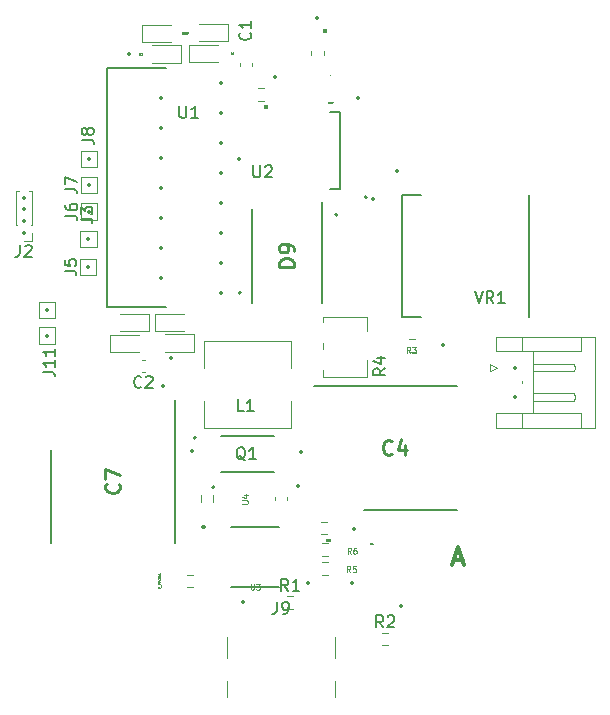
<source format=gto>
%TF.GenerationSoftware,KiCad,Pcbnew,7.0.5-0*%
%TF.CreationDate,2024-11-16T18:44:09-05:00*%
%TF.ProjectId,PCB_design,5043425f-6465-4736-9967-6e2e6b696361,rev?*%
%TF.SameCoordinates,Original*%
%TF.FileFunction,Legend,Top*%
%TF.FilePolarity,Positive*%
%FSLAX46Y46*%
G04 Gerber Fmt 4.6, Leading zero omitted, Abs format (unit mm)*
G04 Created by KiCad (PCBNEW 7.0.5-0) date 2024-11-16 18:44:09*
%MOMM*%
%LPD*%
G01*
G04 APERTURE LIST*
%ADD10C,0.300000*%
%ADD11C,0.100000*%
%ADD12C,0.150000*%
%ADD13C,0.037500*%
%ADD14C,0.020000*%
%ADD15C,0.050000*%
%ADD16C,0.254000*%
%ADD17C,0.040000*%
%ADD18C,0.200000*%
%ADD19C,0.120000*%
%ADD20C,0.127000*%
%ADD21C,0.350000*%
G04 APERTURE END LIST*
D10*
X75783082Y-74752257D02*
X76497368Y-74752257D01*
X75640225Y-75180828D02*
X76140225Y-73680828D01*
X76140225Y-73680828D02*
X76640225Y-75180828D01*
D11*
%TO.C,U4*%
X57828109Y-70010952D02*
X58232871Y-70010952D01*
X58232871Y-70010952D02*
X58280490Y-69987142D01*
X58280490Y-69987142D02*
X58304300Y-69963333D01*
X58304300Y-69963333D02*
X58328109Y-69915714D01*
X58328109Y-69915714D02*
X58328109Y-69820476D01*
X58328109Y-69820476D02*
X58304300Y-69772857D01*
X58304300Y-69772857D02*
X58280490Y-69749047D01*
X58280490Y-69749047D02*
X58232871Y-69725238D01*
X58232871Y-69725238D02*
X57828109Y-69725238D01*
X57994776Y-69272856D02*
X58328109Y-69272856D01*
X57804300Y-69391904D02*
X58161442Y-69510951D01*
X58161442Y-69510951D02*
X58161442Y-69201428D01*
D12*
%TO.C,R2*%
X69763333Y-80464819D02*
X69430000Y-79988628D01*
X69191905Y-80464819D02*
X69191905Y-79464819D01*
X69191905Y-79464819D02*
X69572857Y-79464819D01*
X69572857Y-79464819D02*
X69668095Y-79512438D01*
X69668095Y-79512438D02*
X69715714Y-79560057D01*
X69715714Y-79560057D02*
X69763333Y-79655295D01*
X69763333Y-79655295D02*
X69763333Y-79798152D01*
X69763333Y-79798152D02*
X69715714Y-79893390D01*
X69715714Y-79893390D02*
X69668095Y-79941009D01*
X69668095Y-79941009D02*
X69572857Y-79988628D01*
X69572857Y-79988628D02*
X69191905Y-79988628D01*
X70144286Y-79560057D02*
X70191905Y-79512438D01*
X70191905Y-79512438D02*
X70287143Y-79464819D01*
X70287143Y-79464819D02*
X70525238Y-79464819D01*
X70525238Y-79464819D02*
X70620476Y-79512438D01*
X70620476Y-79512438D02*
X70668095Y-79560057D01*
X70668095Y-79560057D02*
X70715714Y-79655295D01*
X70715714Y-79655295D02*
X70715714Y-79750533D01*
X70715714Y-79750533D02*
X70668095Y-79893390D01*
X70668095Y-79893390D02*
X70096667Y-80464819D01*
X70096667Y-80464819D02*
X70715714Y-80464819D01*
%TO.C,R1*%
X61733333Y-77384819D02*
X61400000Y-76908628D01*
X61161905Y-77384819D02*
X61161905Y-76384819D01*
X61161905Y-76384819D02*
X61542857Y-76384819D01*
X61542857Y-76384819D02*
X61638095Y-76432438D01*
X61638095Y-76432438D02*
X61685714Y-76480057D01*
X61685714Y-76480057D02*
X61733333Y-76575295D01*
X61733333Y-76575295D02*
X61733333Y-76718152D01*
X61733333Y-76718152D02*
X61685714Y-76813390D01*
X61685714Y-76813390D02*
X61638095Y-76861009D01*
X61638095Y-76861009D02*
X61542857Y-76908628D01*
X61542857Y-76908628D02*
X61161905Y-76908628D01*
X62685714Y-77384819D02*
X62114286Y-77384819D01*
X62400000Y-77384819D02*
X62400000Y-76384819D01*
X62400000Y-76384819D02*
X62304762Y-76527676D01*
X62304762Y-76527676D02*
X62209524Y-76622914D01*
X62209524Y-76622914D02*
X62114286Y-76670533D01*
%TO.C,J9*%
X60781666Y-78342319D02*
X60781666Y-79056604D01*
X60781666Y-79056604D02*
X60734047Y-79199461D01*
X60734047Y-79199461D02*
X60638809Y-79294700D01*
X60638809Y-79294700D02*
X60495952Y-79342319D01*
X60495952Y-79342319D02*
X60400714Y-79342319D01*
X61305476Y-79342319D02*
X61495952Y-79342319D01*
X61495952Y-79342319D02*
X61591190Y-79294700D01*
X61591190Y-79294700D02*
X61638809Y-79247080D01*
X61638809Y-79247080D02*
X61734047Y-79104223D01*
X61734047Y-79104223D02*
X61781666Y-78913747D01*
X61781666Y-78913747D02*
X61781666Y-78532795D01*
X61781666Y-78532795D02*
X61734047Y-78437557D01*
X61734047Y-78437557D02*
X61686428Y-78389938D01*
X61686428Y-78389938D02*
X61591190Y-78342319D01*
X61591190Y-78342319D02*
X61400714Y-78342319D01*
X61400714Y-78342319D02*
X61305476Y-78389938D01*
X61305476Y-78389938D02*
X61257857Y-78437557D01*
X61257857Y-78437557D02*
X61210238Y-78532795D01*
X61210238Y-78532795D02*
X61210238Y-78770890D01*
X61210238Y-78770890D02*
X61257857Y-78866128D01*
X61257857Y-78866128D02*
X61305476Y-78913747D01*
X61305476Y-78913747D02*
X61400714Y-78961366D01*
X61400714Y-78961366D02*
X61591190Y-78961366D01*
X61591190Y-78961366D02*
X61686428Y-78913747D01*
X61686428Y-78913747D02*
X61734047Y-78866128D01*
X61734047Y-78866128D02*
X61781666Y-78770890D01*
%TO.C,VR1*%
X77540476Y-52022319D02*
X77873809Y-53022319D01*
X77873809Y-53022319D02*
X78207142Y-52022319D01*
X79111904Y-53022319D02*
X78778571Y-52546128D01*
X78540476Y-53022319D02*
X78540476Y-52022319D01*
X78540476Y-52022319D02*
X78921428Y-52022319D01*
X78921428Y-52022319D02*
X79016666Y-52069938D01*
X79016666Y-52069938D02*
X79064285Y-52117557D01*
X79064285Y-52117557D02*
X79111904Y-52212795D01*
X79111904Y-52212795D02*
X79111904Y-52355652D01*
X79111904Y-52355652D02*
X79064285Y-52450890D01*
X79064285Y-52450890D02*
X79016666Y-52498509D01*
X79016666Y-52498509D02*
X78921428Y-52546128D01*
X78921428Y-52546128D02*
X78540476Y-52546128D01*
X80064285Y-53022319D02*
X79492857Y-53022319D01*
X79778571Y-53022319D02*
X79778571Y-52022319D01*
X79778571Y-52022319D02*
X79683333Y-52165176D01*
X79683333Y-52165176D02*
X79588095Y-52260414D01*
X79588095Y-52260414D02*
X79492857Y-52308033D01*
%TO.C,U1*%
X52526595Y-36338819D02*
X52526595Y-37148342D01*
X52526595Y-37148342D02*
X52574214Y-37243580D01*
X52574214Y-37243580D02*
X52621833Y-37291200D01*
X52621833Y-37291200D02*
X52717071Y-37338819D01*
X52717071Y-37338819D02*
X52907547Y-37338819D01*
X52907547Y-37338819D02*
X53002785Y-37291200D01*
X53002785Y-37291200D02*
X53050404Y-37243580D01*
X53050404Y-37243580D02*
X53098023Y-37148342D01*
X53098023Y-37148342D02*
X53098023Y-36338819D01*
X54098023Y-37338819D02*
X53526595Y-37338819D01*
X53812309Y-37338819D02*
X53812309Y-36338819D01*
X53812309Y-36338819D02*
X53717071Y-36481676D01*
X53717071Y-36481676D02*
X53621833Y-36576914D01*
X53621833Y-36576914D02*
X53526595Y-36624533D01*
%TO.C,J11*%
X40954819Y-58839523D02*
X41669104Y-58839523D01*
X41669104Y-58839523D02*
X41811961Y-58887142D01*
X41811961Y-58887142D02*
X41907200Y-58982380D01*
X41907200Y-58982380D02*
X41954819Y-59125237D01*
X41954819Y-59125237D02*
X41954819Y-59220475D01*
X41954819Y-57839523D02*
X41954819Y-58410951D01*
X41954819Y-58125237D02*
X40954819Y-58125237D01*
X40954819Y-58125237D02*
X41097676Y-58220475D01*
X41097676Y-58220475D02*
X41192914Y-58315713D01*
X41192914Y-58315713D02*
X41240533Y-58410951D01*
X41954819Y-56887142D02*
X41954819Y-57458570D01*
X41954819Y-57172856D02*
X40954819Y-57172856D01*
X40954819Y-57172856D02*
X41097676Y-57268094D01*
X41097676Y-57268094D02*
X41192914Y-57363332D01*
X41192914Y-57363332D02*
X41240533Y-57458570D01*
%TO.C,J8*%
X44264819Y-39183333D02*
X44979104Y-39183333D01*
X44979104Y-39183333D02*
X45121961Y-39230952D01*
X45121961Y-39230952D02*
X45217200Y-39326190D01*
X45217200Y-39326190D02*
X45264819Y-39469047D01*
X45264819Y-39469047D02*
X45264819Y-39564285D01*
X44693390Y-38564285D02*
X44645771Y-38659523D01*
X44645771Y-38659523D02*
X44598152Y-38707142D01*
X44598152Y-38707142D02*
X44502914Y-38754761D01*
X44502914Y-38754761D02*
X44455295Y-38754761D01*
X44455295Y-38754761D02*
X44360057Y-38707142D01*
X44360057Y-38707142D02*
X44312438Y-38659523D01*
X44312438Y-38659523D02*
X44264819Y-38564285D01*
X44264819Y-38564285D02*
X44264819Y-38373809D01*
X44264819Y-38373809D02*
X44312438Y-38278571D01*
X44312438Y-38278571D02*
X44360057Y-38230952D01*
X44360057Y-38230952D02*
X44455295Y-38183333D01*
X44455295Y-38183333D02*
X44502914Y-38183333D01*
X44502914Y-38183333D02*
X44598152Y-38230952D01*
X44598152Y-38230952D02*
X44645771Y-38278571D01*
X44645771Y-38278571D02*
X44693390Y-38373809D01*
X44693390Y-38373809D02*
X44693390Y-38564285D01*
X44693390Y-38564285D02*
X44741009Y-38659523D01*
X44741009Y-38659523D02*
X44788628Y-38707142D01*
X44788628Y-38707142D02*
X44883866Y-38754761D01*
X44883866Y-38754761D02*
X45074342Y-38754761D01*
X45074342Y-38754761D02*
X45169580Y-38707142D01*
X45169580Y-38707142D02*
X45217200Y-38659523D01*
X45217200Y-38659523D02*
X45264819Y-38564285D01*
X45264819Y-38564285D02*
X45264819Y-38373809D01*
X45264819Y-38373809D02*
X45217200Y-38278571D01*
X45217200Y-38278571D02*
X45169580Y-38230952D01*
X45169580Y-38230952D02*
X45074342Y-38183333D01*
X45074342Y-38183333D02*
X44883866Y-38183333D01*
X44883866Y-38183333D02*
X44788628Y-38230952D01*
X44788628Y-38230952D02*
X44741009Y-38278571D01*
X44741009Y-38278571D02*
X44693390Y-38373809D01*
%TO.C,J7*%
X42856819Y-43353333D02*
X43571104Y-43353333D01*
X43571104Y-43353333D02*
X43713961Y-43400952D01*
X43713961Y-43400952D02*
X43809200Y-43496190D01*
X43809200Y-43496190D02*
X43856819Y-43639047D01*
X43856819Y-43639047D02*
X43856819Y-43734285D01*
X42856819Y-42972380D02*
X42856819Y-42305714D01*
X42856819Y-42305714D02*
X43856819Y-42734285D01*
%TO.C,J6*%
X42856819Y-45603333D02*
X43571104Y-45603333D01*
X43571104Y-45603333D02*
X43713961Y-45650952D01*
X43713961Y-45650952D02*
X43809200Y-45746190D01*
X43809200Y-45746190D02*
X43856819Y-45889047D01*
X43856819Y-45889047D02*
X43856819Y-45984285D01*
X42856819Y-44698571D02*
X42856819Y-44889047D01*
X42856819Y-44889047D02*
X42904438Y-44984285D01*
X42904438Y-44984285D02*
X42952057Y-45031904D01*
X42952057Y-45031904D02*
X43094914Y-45127142D01*
X43094914Y-45127142D02*
X43285390Y-45174761D01*
X43285390Y-45174761D02*
X43666342Y-45174761D01*
X43666342Y-45174761D02*
X43761580Y-45127142D01*
X43761580Y-45127142D02*
X43809200Y-45079523D01*
X43809200Y-45079523D02*
X43856819Y-44984285D01*
X43856819Y-44984285D02*
X43856819Y-44793809D01*
X43856819Y-44793809D02*
X43809200Y-44698571D01*
X43809200Y-44698571D02*
X43761580Y-44650952D01*
X43761580Y-44650952D02*
X43666342Y-44603333D01*
X43666342Y-44603333D02*
X43428247Y-44603333D01*
X43428247Y-44603333D02*
X43333009Y-44650952D01*
X43333009Y-44650952D02*
X43285390Y-44698571D01*
X43285390Y-44698571D02*
X43237771Y-44793809D01*
X43237771Y-44793809D02*
X43237771Y-44984285D01*
X43237771Y-44984285D02*
X43285390Y-45079523D01*
X43285390Y-45079523D02*
X43333009Y-45127142D01*
X43333009Y-45127142D02*
X43428247Y-45174761D01*
%TO.C,J5*%
X42796819Y-50283333D02*
X43511104Y-50283333D01*
X43511104Y-50283333D02*
X43653961Y-50330952D01*
X43653961Y-50330952D02*
X43749200Y-50426190D01*
X43749200Y-50426190D02*
X43796819Y-50569047D01*
X43796819Y-50569047D02*
X43796819Y-50664285D01*
X42796819Y-49330952D02*
X42796819Y-49807142D01*
X42796819Y-49807142D02*
X43273009Y-49854761D01*
X43273009Y-49854761D02*
X43225390Y-49807142D01*
X43225390Y-49807142D02*
X43177771Y-49711904D01*
X43177771Y-49711904D02*
X43177771Y-49473809D01*
X43177771Y-49473809D02*
X43225390Y-49378571D01*
X43225390Y-49378571D02*
X43273009Y-49330952D01*
X43273009Y-49330952D02*
X43368247Y-49283333D01*
X43368247Y-49283333D02*
X43606342Y-49283333D01*
X43606342Y-49283333D02*
X43701580Y-49330952D01*
X43701580Y-49330952D02*
X43749200Y-49378571D01*
X43749200Y-49378571D02*
X43796819Y-49473809D01*
X43796819Y-49473809D02*
X43796819Y-49711904D01*
X43796819Y-49711904D02*
X43749200Y-49807142D01*
X43749200Y-49807142D02*
X43701580Y-49854761D01*
%TO.C,J3*%
X44154819Y-45873333D02*
X44869104Y-45873333D01*
X44869104Y-45873333D02*
X45011961Y-45920952D01*
X45011961Y-45920952D02*
X45107200Y-46016190D01*
X45107200Y-46016190D02*
X45154819Y-46159047D01*
X45154819Y-46159047D02*
X45154819Y-46254285D01*
X44154819Y-45492380D02*
X44154819Y-44873333D01*
X44154819Y-44873333D02*
X44535771Y-45206666D01*
X44535771Y-45206666D02*
X44535771Y-45063809D01*
X44535771Y-45063809D02*
X44583390Y-44968571D01*
X44583390Y-44968571D02*
X44631009Y-44920952D01*
X44631009Y-44920952D02*
X44726247Y-44873333D01*
X44726247Y-44873333D02*
X44964342Y-44873333D01*
X44964342Y-44873333D02*
X45059580Y-44920952D01*
X45059580Y-44920952D02*
X45107200Y-44968571D01*
X45107200Y-44968571D02*
X45154819Y-45063809D01*
X45154819Y-45063809D02*
X45154819Y-45349523D01*
X45154819Y-45349523D02*
X45107200Y-45444761D01*
X45107200Y-45444761D02*
X45059580Y-45492380D01*
%TO.C,J2*%
X39016666Y-48094819D02*
X39016666Y-48809104D01*
X39016666Y-48809104D02*
X38969047Y-48951961D01*
X38969047Y-48951961D02*
X38873809Y-49047200D01*
X38873809Y-49047200D02*
X38730952Y-49094819D01*
X38730952Y-49094819D02*
X38635714Y-49094819D01*
X39445238Y-48190057D02*
X39492857Y-48142438D01*
X39492857Y-48142438D02*
X39588095Y-48094819D01*
X39588095Y-48094819D02*
X39826190Y-48094819D01*
X39826190Y-48094819D02*
X39921428Y-48142438D01*
X39921428Y-48142438D02*
X39969047Y-48190057D01*
X39969047Y-48190057D02*
X40016666Y-48285295D01*
X40016666Y-48285295D02*
X40016666Y-48380533D01*
X40016666Y-48380533D02*
X39969047Y-48523390D01*
X39969047Y-48523390D02*
X39397619Y-49094819D01*
X39397619Y-49094819D02*
X40016666Y-49094819D01*
%TO.C,U2*%
X58778095Y-41364819D02*
X58778095Y-42174342D01*
X58778095Y-42174342D02*
X58825714Y-42269580D01*
X58825714Y-42269580D02*
X58873333Y-42317200D01*
X58873333Y-42317200D02*
X58968571Y-42364819D01*
X58968571Y-42364819D02*
X59159047Y-42364819D01*
X59159047Y-42364819D02*
X59254285Y-42317200D01*
X59254285Y-42317200D02*
X59301904Y-42269580D01*
X59301904Y-42269580D02*
X59349523Y-42174342D01*
X59349523Y-42174342D02*
X59349523Y-41364819D01*
X59778095Y-41460057D02*
X59825714Y-41412438D01*
X59825714Y-41412438D02*
X59920952Y-41364819D01*
X59920952Y-41364819D02*
X60159047Y-41364819D01*
X60159047Y-41364819D02*
X60254285Y-41412438D01*
X60254285Y-41412438D02*
X60301904Y-41460057D01*
X60301904Y-41460057D02*
X60349523Y-41555295D01*
X60349523Y-41555295D02*
X60349523Y-41650533D01*
X60349523Y-41650533D02*
X60301904Y-41793390D01*
X60301904Y-41793390D02*
X59730476Y-42364819D01*
X59730476Y-42364819D02*
X60349523Y-42364819D01*
D13*
%TO.C,D3*%
X52981786Y-30201192D02*
X52981786Y-30051192D01*
X52981786Y-30051192D02*
X53017500Y-30051192D01*
X53017500Y-30051192D02*
X53038929Y-30058335D01*
X53038929Y-30058335D02*
X53053214Y-30072621D01*
X53053214Y-30072621D02*
X53060357Y-30086907D01*
X53060357Y-30086907D02*
X53067500Y-30115478D01*
X53067500Y-30115478D02*
X53067500Y-30136907D01*
X53067500Y-30136907D02*
X53060357Y-30165478D01*
X53060357Y-30165478D02*
X53053214Y-30179764D01*
X53053214Y-30179764D02*
X53038929Y-30194050D01*
X53038929Y-30194050D02*
X53017500Y-30201192D01*
X53017500Y-30201192D02*
X52981786Y-30201192D01*
X53117500Y-30051192D02*
X53210357Y-30051192D01*
X53210357Y-30051192D02*
X53160357Y-30108335D01*
X53160357Y-30108335D02*
X53181786Y-30108335D01*
X53181786Y-30108335D02*
X53196072Y-30115478D01*
X53196072Y-30115478D02*
X53203214Y-30122621D01*
X53203214Y-30122621D02*
X53210357Y-30136907D01*
X53210357Y-30136907D02*
X53210357Y-30172621D01*
X53210357Y-30172621D02*
X53203214Y-30186907D01*
X53203214Y-30186907D02*
X53196072Y-30194050D01*
X53196072Y-30194050D02*
X53181786Y-30201192D01*
X53181786Y-30201192D02*
X53138929Y-30201192D01*
X53138929Y-30201192D02*
X53124643Y-30194050D01*
X53124643Y-30194050D02*
X53117500Y-30186907D01*
%TO.C,D4*%
X56849286Y-31937442D02*
X56849286Y-31787442D01*
X56849286Y-31787442D02*
X56885000Y-31787442D01*
X56885000Y-31787442D02*
X56906429Y-31794585D01*
X56906429Y-31794585D02*
X56920714Y-31808871D01*
X56920714Y-31808871D02*
X56927857Y-31823157D01*
X56927857Y-31823157D02*
X56935000Y-31851728D01*
X56935000Y-31851728D02*
X56935000Y-31873157D01*
X56935000Y-31873157D02*
X56927857Y-31901728D01*
X56927857Y-31901728D02*
X56920714Y-31916014D01*
X56920714Y-31916014D02*
X56906429Y-31930300D01*
X56906429Y-31930300D02*
X56885000Y-31937442D01*
X56885000Y-31937442D02*
X56849286Y-31937442D01*
X57063572Y-31837442D02*
X57063572Y-31937442D01*
X57027857Y-31780300D02*
X56992143Y-31887442D01*
X56992143Y-31887442D02*
X57085000Y-31887442D01*
D14*
%TO.C,R6*%
X67046666Y-74230269D02*
X66880000Y-73992174D01*
X66760952Y-74230269D02*
X66760952Y-73730269D01*
X66760952Y-73730269D02*
X66951428Y-73730269D01*
X66951428Y-73730269D02*
X66999047Y-73754079D01*
X66999047Y-73754079D02*
X67022857Y-73777888D01*
X67022857Y-73777888D02*
X67046666Y-73825507D01*
X67046666Y-73825507D02*
X67046666Y-73896936D01*
X67046666Y-73896936D02*
X67022857Y-73944555D01*
X67022857Y-73944555D02*
X66999047Y-73968364D01*
X66999047Y-73968364D02*
X66951428Y-73992174D01*
X66951428Y-73992174D02*
X66760952Y-73992174D01*
X67475238Y-73730269D02*
X67380000Y-73730269D01*
X67380000Y-73730269D02*
X67332381Y-73754079D01*
X67332381Y-73754079D02*
X67308571Y-73777888D01*
X67308571Y-73777888D02*
X67260952Y-73849317D01*
X67260952Y-73849317D02*
X67237143Y-73944555D01*
X67237143Y-73944555D02*
X67237143Y-74135031D01*
X67237143Y-74135031D02*
X67260952Y-74182650D01*
X67260952Y-74182650D02*
X67284762Y-74206460D01*
X67284762Y-74206460D02*
X67332381Y-74230269D01*
X67332381Y-74230269D02*
X67427619Y-74230269D01*
X67427619Y-74230269D02*
X67475238Y-74206460D01*
X67475238Y-74206460D02*
X67499047Y-74182650D01*
X67499047Y-74182650D02*
X67522857Y-74135031D01*
X67522857Y-74135031D02*
X67522857Y-74015983D01*
X67522857Y-74015983D02*
X67499047Y-73968364D01*
X67499047Y-73968364D02*
X67475238Y-73944555D01*
X67475238Y-73944555D02*
X67427619Y-73920745D01*
X67427619Y-73920745D02*
X67332381Y-73920745D01*
X67332381Y-73920745D02*
X67284762Y-73944555D01*
X67284762Y-73944555D02*
X67260952Y-73968364D01*
X67260952Y-73968364D02*
X67237143Y-74015983D01*
D15*
%TO.C,R3*%
X72076666Y-57248709D02*
X71910000Y-57010614D01*
X71790952Y-57248709D02*
X71790952Y-56748709D01*
X71790952Y-56748709D02*
X71981428Y-56748709D01*
X71981428Y-56748709D02*
X72029047Y-56772519D01*
X72029047Y-56772519D02*
X72052857Y-56796328D01*
X72052857Y-56796328D02*
X72076666Y-56843947D01*
X72076666Y-56843947D02*
X72076666Y-56915376D01*
X72076666Y-56915376D02*
X72052857Y-56962995D01*
X72052857Y-56962995D02*
X72029047Y-56986804D01*
X72029047Y-56986804D02*
X71981428Y-57010614D01*
X71981428Y-57010614D02*
X71790952Y-57010614D01*
X72243333Y-56748709D02*
X72552857Y-56748709D01*
X72552857Y-56748709D02*
X72386190Y-56939185D01*
X72386190Y-56939185D02*
X72457619Y-56939185D01*
X72457619Y-56939185D02*
X72505238Y-56962995D01*
X72505238Y-56962995D02*
X72529047Y-56986804D01*
X72529047Y-56986804D02*
X72552857Y-57034423D01*
X72552857Y-57034423D02*
X72552857Y-57153471D01*
X72552857Y-57153471D02*
X72529047Y-57201090D01*
X72529047Y-57201090D02*
X72505238Y-57224900D01*
X72505238Y-57224900D02*
X72457619Y-57248709D01*
X72457619Y-57248709D02*
X72314762Y-57248709D01*
X72314762Y-57248709D02*
X72267143Y-57224900D01*
X72267143Y-57224900D02*
X72243333Y-57201090D01*
D13*
%TO.C,D1*%
X52741786Y-30227442D02*
X52741786Y-30077442D01*
X52741786Y-30077442D02*
X52777500Y-30077442D01*
X52777500Y-30077442D02*
X52798929Y-30084585D01*
X52798929Y-30084585D02*
X52813214Y-30098871D01*
X52813214Y-30098871D02*
X52820357Y-30113157D01*
X52820357Y-30113157D02*
X52827500Y-30141728D01*
X52827500Y-30141728D02*
X52827500Y-30163157D01*
X52827500Y-30163157D02*
X52820357Y-30191728D01*
X52820357Y-30191728D02*
X52813214Y-30206014D01*
X52813214Y-30206014D02*
X52798929Y-30220300D01*
X52798929Y-30220300D02*
X52777500Y-30227442D01*
X52777500Y-30227442D02*
X52741786Y-30227442D01*
X52970357Y-30227442D02*
X52884643Y-30227442D01*
X52927500Y-30227442D02*
X52927500Y-30077442D01*
X52927500Y-30077442D02*
X52913214Y-30098871D01*
X52913214Y-30098871D02*
X52898929Y-30113157D01*
X52898929Y-30113157D02*
X52884643Y-30120300D01*
D16*
%TO.C,C4*%
X70528333Y-65753365D02*
X70467857Y-65813842D01*
X70467857Y-65813842D02*
X70286428Y-65874318D01*
X70286428Y-65874318D02*
X70165476Y-65874318D01*
X70165476Y-65874318D02*
X69984047Y-65813842D01*
X69984047Y-65813842D02*
X69863095Y-65692889D01*
X69863095Y-65692889D02*
X69802618Y-65571937D01*
X69802618Y-65571937D02*
X69742142Y-65330032D01*
X69742142Y-65330032D02*
X69742142Y-65148603D01*
X69742142Y-65148603D02*
X69802618Y-64906699D01*
X69802618Y-64906699D02*
X69863095Y-64785746D01*
X69863095Y-64785746D02*
X69984047Y-64664794D01*
X69984047Y-64664794D02*
X70165476Y-64604318D01*
X70165476Y-64604318D02*
X70286428Y-64604318D01*
X70286428Y-64604318D02*
X70467857Y-64664794D01*
X70467857Y-64664794D02*
X70528333Y-64725270D01*
X71616904Y-65027651D02*
X71616904Y-65874318D01*
X71314523Y-64543842D02*
X71012142Y-65450984D01*
X71012142Y-65450984D02*
X71798333Y-65450984D01*
D12*
%TO.C,C2*%
X49290833Y-60109580D02*
X49243214Y-60157200D01*
X49243214Y-60157200D02*
X49100357Y-60204819D01*
X49100357Y-60204819D02*
X49005119Y-60204819D01*
X49005119Y-60204819D02*
X48862262Y-60157200D01*
X48862262Y-60157200D02*
X48767024Y-60061961D01*
X48767024Y-60061961D02*
X48719405Y-59966723D01*
X48719405Y-59966723D02*
X48671786Y-59776247D01*
X48671786Y-59776247D02*
X48671786Y-59633390D01*
X48671786Y-59633390D02*
X48719405Y-59442914D01*
X48719405Y-59442914D02*
X48767024Y-59347676D01*
X48767024Y-59347676D02*
X48862262Y-59252438D01*
X48862262Y-59252438D02*
X49005119Y-59204819D01*
X49005119Y-59204819D02*
X49100357Y-59204819D01*
X49100357Y-59204819D02*
X49243214Y-59252438D01*
X49243214Y-59252438D02*
X49290833Y-59300057D01*
X49671786Y-59300057D02*
X49719405Y-59252438D01*
X49719405Y-59252438D02*
X49814643Y-59204819D01*
X49814643Y-59204819D02*
X50052738Y-59204819D01*
X50052738Y-59204819D02*
X50147976Y-59252438D01*
X50147976Y-59252438D02*
X50195595Y-59300057D01*
X50195595Y-59300057D02*
X50243214Y-59395295D01*
X50243214Y-59395295D02*
X50243214Y-59490533D01*
X50243214Y-59490533D02*
X50195595Y-59633390D01*
X50195595Y-59633390D02*
X49624167Y-60204819D01*
X49624167Y-60204819D02*
X50243214Y-60204819D01*
D16*
%TO.C,D9*%
X62224318Y-49937381D02*
X60954318Y-49937381D01*
X60954318Y-49937381D02*
X60954318Y-49635000D01*
X60954318Y-49635000D02*
X61014794Y-49453571D01*
X61014794Y-49453571D02*
X61135746Y-49332619D01*
X61135746Y-49332619D02*
X61256699Y-49272142D01*
X61256699Y-49272142D02*
X61498603Y-49211666D01*
X61498603Y-49211666D02*
X61680032Y-49211666D01*
X61680032Y-49211666D02*
X61921937Y-49272142D01*
X61921937Y-49272142D02*
X62042889Y-49332619D01*
X62042889Y-49332619D02*
X62163842Y-49453571D01*
X62163842Y-49453571D02*
X62224318Y-49635000D01*
X62224318Y-49635000D02*
X62224318Y-49937381D01*
X62224318Y-48606904D02*
X62224318Y-48365000D01*
X62224318Y-48365000D02*
X62163842Y-48244047D01*
X62163842Y-48244047D02*
X62103365Y-48183571D01*
X62103365Y-48183571D02*
X61921937Y-48062619D01*
X61921937Y-48062619D02*
X61680032Y-48002142D01*
X61680032Y-48002142D02*
X61196222Y-48002142D01*
X61196222Y-48002142D02*
X61075270Y-48062619D01*
X61075270Y-48062619D02*
X61014794Y-48123095D01*
X61014794Y-48123095D02*
X60954318Y-48244047D01*
X60954318Y-48244047D02*
X60954318Y-48485952D01*
X60954318Y-48485952D02*
X61014794Y-48606904D01*
X61014794Y-48606904D02*
X61075270Y-48667381D01*
X61075270Y-48667381D02*
X61196222Y-48727857D01*
X61196222Y-48727857D02*
X61498603Y-48727857D01*
X61498603Y-48727857D02*
X61619556Y-48667381D01*
X61619556Y-48667381D02*
X61680032Y-48606904D01*
X61680032Y-48606904D02*
X61740508Y-48485952D01*
X61740508Y-48485952D02*
X61740508Y-48244047D01*
X61740508Y-48244047D02*
X61680032Y-48123095D01*
X61680032Y-48123095D02*
X61619556Y-48062619D01*
X61619556Y-48062619D02*
X61498603Y-48002142D01*
D17*
%TO.C,R8*%
X65049166Y-73190443D02*
X64982500Y-73095205D01*
X64934881Y-73190443D02*
X64934881Y-72990443D01*
X64934881Y-72990443D02*
X65011071Y-72990443D01*
X65011071Y-72990443D02*
X65030119Y-72999967D01*
X65030119Y-72999967D02*
X65039642Y-73009491D01*
X65039642Y-73009491D02*
X65049166Y-73028539D01*
X65049166Y-73028539D02*
X65049166Y-73057110D01*
X65049166Y-73057110D02*
X65039642Y-73076158D01*
X65039642Y-73076158D02*
X65030119Y-73085681D01*
X65030119Y-73085681D02*
X65011071Y-73095205D01*
X65011071Y-73095205D02*
X64934881Y-73095205D01*
X65163452Y-73076158D02*
X65144404Y-73066634D01*
X65144404Y-73066634D02*
X65134881Y-73057110D01*
X65134881Y-73057110D02*
X65125357Y-73038062D01*
X65125357Y-73038062D02*
X65125357Y-73028539D01*
X65125357Y-73028539D02*
X65134881Y-73009491D01*
X65134881Y-73009491D02*
X65144404Y-72999967D01*
X65144404Y-72999967D02*
X65163452Y-72990443D01*
X65163452Y-72990443D02*
X65201547Y-72990443D01*
X65201547Y-72990443D02*
X65220595Y-72999967D01*
X65220595Y-72999967D02*
X65230119Y-73009491D01*
X65230119Y-73009491D02*
X65239642Y-73028539D01*
X65239642Y-73028539D02*
X65239642Y-73038062D01*
X65239642Y-73038062D02*
X65230119Y-73057110D01*
X65230119Y-73057110D02*
X65220595Y-73066634D01*
X65220595Y-73066634D02*
X65201547Y-73076158D01*
X65201547Y-73076158D02*
X65163452Y-73076158D01*
X65163452Y-73076158D02*
X65144404Y-73085681D01*
X65144404Y-73085681D02*
X65134881Y-73095205D01*
X65134881Y-73095205D02*
X65125357Y-73114253D01*
X65125357Y-73114253D02*
X65125357Y-73152348D01*
X65125357Y-73152348D02*
X65134881Y-73171396D01*
X65134881Y-73171396D02*
X65144404Y-73180920D01*
X65144404Y-73180920D02*
X65163452Y-73190443D01*
X65163452Y-73190443D02*
X65201547Y-73190443D01*
X65201547Y-73190443D02*
X65220595Y-73180920D01*
X65220595Y-73180920D02*
X65230119Y-73171396D01*
X65230119Y-73171396D02*
X65239642Y-73152348D01*
X65239642Y-73152348D02*
X65239642Y-73114253D01*
X65239642Y-73114253D02*
X65230119Y-73095205D01*
X65230119Y-73095205D02*
X65220595Y-73085681D01*
X65220595Y-73085681D02*
X65201547Y-73076158D01*
D13*
%TO.C,D2*%
X49094286Y-32007442D02*
X49094286Y-31857442D01*
X49094286Y-31857442D02*
X49130000Y-31857442D01*
X49130000Y-31857442D02*
X49151429Y-31864585D01*
X49151429Y-31864585D02*
X49165714Y-31878871D01*
X49165714Y-31878871D02*
X49172857Y-31893157D01*
X49172857Y-31893157D02*
X49180000Y-31921728D01*
X49180000Y-31921728D02*
X49180000Y-31943157D01*
X49180000Y-31943157D02*
X49172857Y-31971728D01*
X49172857Y-31971728D02*
X49165714Y-31986014D01*
X49165714Y-31986014D02*
X49151429Y-32000300D01*
X49151429Y-32000300D02*
X49130000Y-32007442D01*
X49130000Y-32007442D02*
X49094286Y-32007442D01*
X49237143Y-31871728D02*
X49244286Y-31864585D01*
X49244286Y-31864585D02*
X49258572Y-31857442D01*
X49258572Y-31857442D02*
X49294286Y-31857442D01*
X49294286Y-31857442D02*
X49308572Y-31864585D01*
X49308572Y-31864585D02*
X49315714Y-31871728D01*
X49315714Y-31871728D02*
X49322857Y-31886014D01*
X49322857Y-31886014D02*
X49322857Y-31900300D01*
X49322857Y-31900300D02*
X49315714Y-31921728D01*
X49315714Y-31921728D02*
X49230000Y-32007442D01*
X49230000Y-32007442D02*
X49322857Y-32007442D01*
D12*
%TO.C,Q1*%
X58094761Y-66320057D02*
X57999523Y-66272438D01*
X57999523Y-66272438D02*
X57904285Y-66177200D01*
X57904285Y-66177200D02*
X57761428Y-66034342D01*
X57761428Y-66034342D02*
X57666190Y-65986723D01*
X57666190Y-65986723D02*
X57570952Y-65986723D01*
X57618571Y-66224819D02*
X57523333Y-66177200D01*
X57523333Y-66177200D02*
X57428095Y-66081961D01*
X57428095Y-66081961D02*
X57380476Y-65891485D01*
X57380476Y-65891485D02*
X57380476Y-65558152D01*
X57380476Y-65558152D02*
X57428095Y-65367676D01*
X57428095Y-65367676D02*
X57523333Y-65272438D01*
X57523333Y-65272438D02*
X57618571Y-65224819D01*
X57618571Y-65224819D02*
X57809047Y-65224819D01*
X57809047Y-65224819D02*
X57904285Y-65272438D01*
X57904285Y-65272438D02*
X57999523Y-65367676D01*
X57999523Y-65367676D02*
X58047142Y-65558152D01*
X58047142Y-65558152D02*
X58047142Y-65891485D01*
X58047142Y-65891485D02*
X57999523Y-66081961D01*
X57999523Y-66081961D02*
X57904285Y-66177200D01*
X57904285Y-66177200D02*
X57809047Y-66224819D01*
X57809047Y-66224819D02*
X57618571Y-66224819D01*
X58999523Y-66224819D02*
X58428095Y-66224819D01*
X58713809Y-66224819D02*
X58713809Y-65224819D01*
X58713809Y-65224819D02*
X58618571Y-65367676D01*
X58618571Y-65367676D02*
X58523333Y-65462914D01*
X58523333Y-65462914D02*
X58428095Y-65510533D01*
D16*
%TO.C,C7*%
X47383365Y-68301666D02*
X47443842Y-68362142D01*
X47443842Y-68362142D02*
X47504318Y-68543571D01*
X47504318Y-68543571D02*
X47504318Y-68664523D01*
X47504318Y-68664523D02*
X47443842Y-68845952D01*
X47443842Y-68845952D02*
X47322889Y-68966904D01*
X47322889Y-68966904D02*
X47201937Y-69027381D01*
X47201937Y-69027381D02*
X46960032Y-69087857D01*
X46960032Y-69087857D02*
X46778603Y-69087857D01*
X46778603Y-69087857D02*
X46536699Y-69027381D01*
X46536699Y-69027381D02*
X46415746Y-68966904D01*
X46415746Y-68966904D02*
X46294794Y-68845952D01*
X46294794Y-68845952D02*
X46234318Y-68664523D01*
X46234318Y-68664523D02*
X46234318Y-68543571D01*
X46234318Y-68543571D02*
X46294794Y-68362142D01*
X46294794Y-68362142D02*
X46355270Y-68301666D01*
X46234318Y-67878333D02*
X46234318Y-67031666D01*
X46234318Y-67031666D02*
X47504318Y-67575952D01*
D15*
%TO.C,R9*%
X59768666Y-36465923D02*
X59702000Y-36370685D01*
X59654381Y-36465923D02*
X59654381Y-36265923D01*
X59654381Y-36265923D02*
X59730571Y-36265923D01*
X59730571Y-36265923D02*
X59749619Y-36275447D01*
X59749619Y-36275447D02*
X59759142Y-36284971D01*
X59759142Y-36284971D02*
X59768666Y-36304019D01*
X59768666Y-36304019D02*
X59768666Y-36332590D01*
X59768666Y-36332590D02*
X59759142Y-36351638D01*
X59759142Y-36351638D02*
X59749619Y-36361161D01*
X59749619Y-36361161D02*
X59730571Y-36370685D01*
X59730571Y-36370685D02*
X59654381Y-36370685D01*
X59863904Y-36465923D02*
X59902000Y-36465923D01*
X59902000Y-36465923D02*
X59921047Y-36456400D01*
X59921047Y-36456400D02*
X59930571Y-36446876D01*
X59930571Y-36446876D02*
X59949619Y-36418304D01*
X59949619Y-36418304D02*
X59959142Y-36380209D01*
X59959142Y-36380209D02*
X59959142Y-36304019D01*
X59959142Y-36304019D02*
X59949619Y-36284971D01*
X59949619Y-36284971D02*
X59940095Y-36275447D01*
X59940095Y-36275447D02*
X59921047Y-36265923D01*
X59921047Y-36265923D02*
X59882952Y-36265923D01*
X59882952Y-36265923D02*
X59863904Y-36275447D01*
X59863904Y-36275447D02*
X59854381Y-36284971D01*
X59854381Y-36284971D02*
X59844857Y-36304019D01*
X59844857Y-36304019D02*
X59844857Y-36351638D01*
X59844857Y-36351638D02*
X59854381Y-36370685D01*
X59854381Y-36370685D02*
X59863904Y-36380209D01*
X59863904Y-36380209D02*
X59882952Y-36389733D01*
X59882952Y-36389733D02*
X59921047Y-36389733D01*
X59921047Y-36389733D02*
X59940095Y-36380209D01*
X59940095Y-36380209D02*
X59949619Y-36370685D01*
X59949619Y-36370685D02*
X59959142Y-36351638D01*
D12*
%TO.C,L1*%
X57963333Y-62174819D02*
X57487143Y-62174819D01*
X57487143Y-62174819D02*
X57487143Y-61174819D01*
X58820476Y-62174819D02*
X58249048Y-62174819D01*
X58534762Y-62174819D02*
X58534762Y-61174819D01*
X58534762Y-61174819D02*
X58439524Y-61317676D01*
X58439524Y-61317676D02*
X58344286Y-61412914D01*
X58344286Y-61412914D02*
X58249048Y-61460533D01*
D15*
%TO.C,U3*%
X58539047Y-76773709D02*
X58539047Y-77178471D01*
X58539047Y-77178471D02*
X58562857Y-77226090D01*
X58562857Y-77226090D02*
X58586666Y-77249900D01*
X58586666Y-77249900D02*
X58634285Y-77273709D01*
X58634285Y-77273709D02*
X58729523Y-77273709D01*
X58729523Y-77273709D02*
X58777142Y-77249900D01*
X58777142Y-77249900D02*
X58800952Y-77226090D01*
X58800952Y-77226090D02*
X58824761Y-77178471D01*
X58824761Y-77178471D02*
X58824761Y-76773709D01*
X59015238Y-76773709D02*
X59324762Y-76773709D01*
X59324762Y-76773709D02*
X59158095Y-76964185D01*
X59158095Y-76964185D02*
X59229524Y-76964185D01*
X59229524Y-76964185D02*
X59277143Y-76987995D01*
X59277143Y-76987995D02*
X59300952Y-77011804D01*
X59300952Y-77011804D02*
X59324762Y-77059423D01*
X59324762Y-77059423D02*
X59324762Y-77178471D01*
X59324762Y-77178471D02*
X59300952Y-77226090D01*
X59300952Y-77226090D02*
X59277143Y-77249900D01*
X59277143Y-77249900D02*
X59229524Y-77273709D01*
X59229524Y-77273709D02*
X59086667Y-77273709D01*
X59086667Y-77273709D02*
X59039048Y-77249900D01*
X59039048Y-77249900D02*
X59015238Y-77226090D01*
D14*
%TO.C,R_PROG1*%
X50913983Y-77054285D02*
X50818745Y-77120951D01*
X50913983Y-77168570D02*
X50713983Y-77168570D01*
X50713983Y-77168570D02*
X50713983Y-77092380D01*
X50713983Y-77092380D02*
X50723507Y-77073332D01*
X50723507Y-77073332D02*
X50733031Y-77063809D01*
X50733031Y-77063809D02*
X50752079Y-77054285D01*
X50752079Y-77054285D02*
X50780650Y-77054285D01*
X50780650Y-77054285D02*
X50799698Y-77063809D01*
X50799698Y-77063809D02*
X50809221Y-77073332D01*
X50809221Y-77073332D02*
X50818745Y-77092380D01*
X50818745Y-77092380D02*
X50818745Y-77168570D01*
X50933031Y-77016190D02*
X50933031Y-76863809D01*
X50913983Y-76816189D02*
X50713983Y-76816189D01*
X50713983Y-76816189D02*
X50713983Y-76739999D01*
X50713983Y-76739999D02*
X50723507Y-76720951D01*
X50723507Y-76720951D02*
X50733031Y-76711428D01*
X50733031Y-76711428D02*
X50752079Y-76701904D01*
X50752079Y-76701904D02*
X50780650Y-76701904D01*
X50780650Y-76701904D02*
X50799698Y-76711428D01*
X50799698Y-76711428D02*
X50809221Y-76720951D01*
X50809221Y-76720951D02*
X50818745Y-76739999D01*
X50818745Y-76739999D02*
X50818745Y-76816189D01*
X50913983Y-76501904D02*
X50818745Y-76568570D01*
X50913983Y-76616189D02*
X50713983Y-76616189D01*
X50713983Y-76616189D02*
X50713983Y-76539999D01*
X50713983Y-76539999D02*
X50723507Y-76520951D01*
X50723507Y-76520951D02*
X50733031Y-76511428D01*
X50733031Y-76511428D02*
X50752079Y-76501904D01*
X50752079Y-76501904D02*
X50780650Y-76501904D01*
X50780650Y-76501904D02*
X50799698Y-76511428D01*
X50799698Y-76511428D02*
X50809221Y-76520951D01*
X50809221Y-76520951D02*
X50818745Y-76539999D01*
X50818745Y-76539999D02*
X50818745Y-76616189D01*
X50713983Y-76378094D02*
X50713983Y-76339999D01*
X50713983Y-76339999D02*
X50723507Y-76320951D01*
X50723507Y-76320951D02*
X50742555Y-76301904D01*
X50742555Y-76301904D02*
X50780650Y-76292380D01*
X50780650Y-76292380D02*
X50847317Y-76292380D01*
X50847317Y-76292380D02*
X50885412Y-76301904D01*
X50885412Y-76301904D02*
X50904460Y-76320951D01*
X50904460Y-76320951D02*
X50913983Y-76339999D01*
X50913983Y-76339999D02*
X50913983Y-76378094D01*
X50913983Y-76378094D02*
X50904460Y-76397142D01*
X50904460Y-76397142D02*
X50885412Y-76416189D01*
X50885412Y-76416189D02*
X50847317Y-76425713D01*
X50847317Y-76425713D02*
X50780650Y-76425713D01*
X50780650Y-76425713D02*
X50742555Y-76416189D01*
X50742555Y-76416189D02*
X50723507Y-76397142D01*
X50723507Y-76397142D02*
X50713983Y-76378094D01*
X50723507Y-76101904D02*
X50713983Y-76120951D01*
X50713983Y-76120951D02*
X50713983Y-76149523D01*
X50713983Y-76149523D02*
X50723507Y-76178094D01*
X50723507Y-76178094D02*
X50742555Y-76197142D01*
X50742555Y-76197142D02*
X50761602Y-76206665D01*
X50761602Y-76206665D02*
X50799698Y-76216189D01*
X50799698Y-76216189D02*
X50828269Y-76216189D01*
X50828269Y-76216189D02*
X50866364Y-76206665D01*
X50866364Y-76206665D02*
X50885412Y-76197142D01*
X50885412Y-76197142D02*
X50904460Y-76178094D01*
X50904460Y-76178094D02*
X50913983Y-76149523D01*
X50913983Y-76149523D02*
X50913983Y-76130475D01*
X50913983Y-76130475D02*
X50904460Y-76101904D01*
X50904460Y-76101904D02*
X50894936Y-76092380D01*
X50894936Y-76092380D02*
X50828269Y-76092380D01*
X50828269Y-76092380D02*
X50828269Y-76130475D01*
X50913983Y-75901904D02*
X50913983Y-76016189D01*
X50913983Y-75959046D02*
X50713983Y-75959046D01*
X50713983Y-75959046D02*
X50742555Y-75978094D01*
X50742555Y-75978094D02*
X50761602Y-75997142D01*
X50761602Y-75997142D02*
X50771126Y-76016189D01*
D12*
%TO.C,R4*%
X69944819Y-58536666D02*
X69468628Y-58869999D01*
X69944819Y-59108094D02*
X68944819Y-59108094D01*
X68944819Y-59108094D02*
X68944819Y-58727142D01*
X68944819Y-58727142D02*
X68992438Y-58631904D01*
X68992438Y-58631904D02*
X69040057Y-58584285D01*
X69040057Y-58584285D02*
X69135295Y-58536666D01*
X69135295Y-58536666D02*
X69278152Y-58536666D01*
X69278152Y-58536666D02*
X69373390Y-58584285D01*
X69373390Y-58584285D02*
X69421009Y-58631904D01*
X69421009Y-58631904D02*
X69468628Y-58727142D01*
X69468628Y-58727142D02*
X69468628Y-59108094D01*
X69278152Y-57679523D02*
X69944819Y-57679523D01*
X68897200Y-57917618D02*
X69611485Y-58155713D01*
X69611485Y-58155713D02*
X69611485Y-57536666D01*
D14*
%TO.C,D11*%
X68621071Y-73435221D02*
X68621071Y-73335221D01*
X68621071Y-73335221D02*
X68644881Y-73335221D01*
X68644881Y-73335221D02*
X68659166Y-73339983D01*
X68659166Y-73339983D02*
X68668690Y-73349507D01*
X68668690Y-73349507D02*
X68673452Y-73359031D01*
X68673452Y-73359031D02*
X68678214Y-73378079D01*
X68678214Y-73378079D02*
X68678214Y-73392364D01*
X68678214Y-73392364D02*
X68673452Y-73411412D01*
X68673452Y-73411412D02*
X68668690Y-73420936D01*
X68668690Y-73420936D02*
X68659166Y-73430460D01*
X68659166Y-73430460D02*
X68644881Y-73435221D01*
X68644881Y-73435221D02*
X68621071Y-73435221D01*
X68773452Y-73435221D02*
X68716309Y-73435221D01*
X68744881Y-73435221D02*
X68744881Y-73335221D01*
X68744881Y-73335221D02*
X68735357Y-73349507D01*
X68735357Y-73349507D02*
X68725833Y-73359031D01*
X68725833Y-73359031D02*
X68716309Y-73363793D01*
X68868690Y-73435221D02*
X68811547Y-73435221D01*
X68840119Y-73435221D02*
X68840119Y-73335221D01*
X68840119Y-73335221D02*
X68830595Y-73349507D01*
X68830595Y-73349507D02*
X68821071Y-73359031D01*
X68821071Y-73359031D02*
X68811547Y-73363793D01*
D13*
%TO.C,D17*%
X65117857Y-36107442D02*
X65117857Y-35957442D01*
X65117857Y-35957442D02*
X65153571Y-35957442D01*
X65153571Y-35957442D02*
X65175000Y-35964585D01*
X65175000Y-35964585D02*
X65189285Y-35978871D01*
X65189285Y-35978871D02*
X65196428Y-35993157D01*
X65196428Y-35993157D02*
X65203571Y-36021728D01*
X65203571Y-36021728D02*
X65203571Y-36043157D01*
X65203571Y-36043157D02*
X65196428Y-36071728D01*
X65196428Y-36071728D02*
X65189285Y-36086014D01*
X65189285Y-36086014D02*
X65175000Y-36100300D01*
X65175000Y-36100300D02*
X65153571Y-36107442D01*
X65153571Y-36107442D02*
X65117857Y-36107442D01*
X65346428Y-36107442D02*
X65260714Y-36107442D01*
X65303571Y-36107442D02*
X65303571Y-35957442D01*
X65303571Y-35957442D02*
X65289285Y-35978871D01*
X65289285Y-35978871D02*
X65275000Y-35993157D01*
X65275000Y-35993157D02*
X65260714Y-36000300D01*
X65396428Y-35957442D02*
X65496428Y-35957442D01*
X65496428Y-35957442D02*
X65432142Y-36107442D01*
D17*
%TO.C,R5*%
X66992166Y-75793229D02*
X66825500Y-75555134D01*
X66706452Y-75793229D02*
X66706452Y-75293229D01*
X66706452Y-75293229D02*
X66896928Y-75293229D01*
X66896928Y-75293229D02*
X66944547Y-75317039D01*
X66944547Y-75317039D02*
X66968357Y-75340848D01*
X66968357Y-75340848D02*
X66992166Y-75388467D01*
X66992166Y-75388467D02*
X66992166Y-75459896D01*
X66992166Y-75459896D02*
X66968357Y-75507515D01*
X66968357Y-75507515D02*
X66944547Y-75531324D01*
X66944547Y-75531324D02*
X66896928Y-75555134D01*
X66896928Y-75555134D02*
X66706452Y-75555134D01*
X67444547Y-75293229D02*
X67206452Y-75293229D01*
X67206452Y-75293229D02*
X67182643Y-75531324D01*
X67182643Y-75531324D02*
X67206452Y-75507515D01*
X67206452Y-75507515D02*
X67254071Y-75483705D01*
X67254071Y-75483705D02*
X67373119Y-75483705D01*
X67373119Y-75483705D02*
X67420738Y-75507515D01*
X67420738Y-75507515D02*
X67444547Y-75531324D01*
X67444547Y-75531324D02*
X67468357Y-75578943D01*
X67468357Y-75578943D02*
X67468357Y-75697991D01*
X67468357Y-75697991D02*
X67444547Y-75745610D01*
X67444547Y-75745610D02*
X67420738Y-75769420D01*
X67420738Y-75769420D02*
X67373119Y-75793229D01*
X67373119Y-75793229D02*
X67254071Y-75793229D01*
X67254071Y-75793229D02*
X67206452Y-75769420D01*
X67206452Y-75769420D02*
X67182643Y-75745610D01*
D12*
%TO.C,C1*%
X58499580Y-30126666D02*
X58547200Y-30174285D01*
X58547200Y-30174285D02*
X58594819Y-30317142D01*
X58594819Y-30317142D02*
X58594819Y-30412380D01*
X58594819Y-30412380D02*
X58547200Y-30555237D01*
X58547200Y-30555237D02*
X58451961Y-30650475D01*
X58451961Y-30650475D02*
X58356723Y-30698094D01*
X58356723Y-30698094D02*
X58166247Y-30745713D01*
X58166247Y-30745713D02*
X58023390Y-30745713D01*
X58023390Y-30745713D02*
X57832914Y-30698094D01*
X57832914Y-30698094D02*
X57737676Y-30650475D01*
X57737676Y-30650475D02*
X57642438Y-30555237D01*
X57642438Y-30555237D02*
X57594819Y-30412380D01*
X57594819Y-30412380D02*
X57594819Y-30317142D01*
X57594819Y-30317142D02*
X57642438Y-30174285D01*
X57642438Y-30174285D02*
X57690057Y-30126666D01*
X58594819Y-29174285D02*
X58594819Y-29745713D01*
X58594819Y-29459999D02*
X57594819Y-29459999D01*
X57594819Y-29459999D02*
X57737676Y-29555237D01*
X57737676Y-29555237D02*
X57832914Y-29650475D01*
X57832914Y-29650475D02*
X57880533Y-29745713D01*
D15*
%TO.C,C6*%
X64883376Y-29973333D02*
X64892900Y-29982857D01*
X64892900Y-29982857D02*
X64902423Y-30011428D01*
X64902423Y-30011428D02*
X64902423Y-30030476D01*
X64902423Y-30030476D02*
X64892900Y-30059047D01*
X64892900Y-30059047D02*
X64873852Y-30078095D01*
X64873852Y-30078095D02*
X64854804Y-30087618D01*
X64854804Y-30087618D02*
X64816709Y-30097142D01*
X64816709Y-30097142D02*
X64788138Y-30097142D01*
X64788138Y-30097142D02*
X64750042Y-30087618D01*
X64750042Y-30087618D02*
X64730995Y-30078095D01*
X64730995Y-30078095D02*
X64711947Y-30059047D01*
X64711947Y-30059047D02*
X64702423Y-30030476D01*
X64702423Y-30030476D02*
X64702423Y-30011428D01*
X64702423Y-30011428D02*
X64711947Y-29982857D01*
X64711947Y-29982857D02*
X64721471Y-29973333D01*
X64702423Y-29801904D02*
X64702423Y-29839999D01*
X64702423Y-29839999D02*
X64711947Y-29859047D01*
X64711947Y-29859047D02*
X64721471Y-29868571D01*
X64721471Y-29868571D02*
X64750042Y-29887618D01*
X64750042Y-29887618D02*
X64788138Y-29897142D01*
X64788138Y-29897142D02*
X64864328Y-29897142D01*
X64864328Y-29897142D02*
X64883376Y-29887618D01*
X64883376Y-29887618D02*
X64892900Y-29878095D01*
X64892900Y-29878095D02*
X64902423Y-29859047D01*
X64902423Y-29859047D02*
X64902423Y-29820952D01*
X64902423Y-29820952D02*
X64892900Y-29801904D01*
X64892900Y-29801904D02*
X64883376Y-29792380D01*
X64883376Y-29792380D02*
X64864328Y-29782857D01*
X64864328Y-29782857D02*
X64816709Y-29782857D01*
X64816709Y-29782857D02*
X64797661Y-29792380D01*
X64797661Y-29792380D02*
X64788138Y-29801904D01*
X64788138Y-29801904D02*
X64778614Y-29820952D01*
X64778614Y-29820952D02*
X64778614Y-29859047D01*
X64778614Y-29859047D02*
X64788138Y-29878095D01*
X64788138Y-29878095D02*
X64797661Y-29887618D01*
X64797661Y-29887618D02*
X64816709Y-29897142D01*
D18*
%TO.C,U4*%
X55485000Y-68620000D02*
G75*
G03*
X55485000Y-68620000I-100000J0D01*
G01*
D19*
%TO.C,R2*%
X69675276Y-80917500D02*
X70184724Y-80917500D01*
X69675276Y-81962500D02*
X70184724Y-81962500D01*
%TO.C,R1*%
X61645276Y-78882500D02*
X62154724Y-78882500D01*
X61645276Y-77837500D02*
X62154724Y-77837500D01*
%TO.C,J9*%
X65715000Y-81285000D02*
X65715000Y-83040000D01*
X56515000Y-84987500D02*
X56515000Y-86387500D01*
X65715000Y-84987500D02*
X65715000Y-86387500D01*
X56515000Y-81285000D02*
X56515000Y-83040000D01*
D20*
%TO.C,VR1*%
X71405000Y-43860000D02*
X71405000Y-54220000D01*
X73010000Y-43860000D02*
X71405000Y-43860000D01*
X73010000Y-54220000D02*
X71405000Y-54220000D01*
X82160000Y-43860000D02*
X82160000Y-54220000D01*
D18*
X65910000Y-45540000D02*
G75*
G03*
X65910000Y-45540000I-100000J0D01*
G01*
%TO.C,U1*%
X57730000Y-52130000D02*
G75*
G03*
X57730000Y-52130000I-100000J0D01*
G01*
D20*
X46410000Y-33140000D02*
X46410000Y-53340000D01*
X46410000Y-53340000D02*
X51410000Y-53340000D01*
X51410000Y-33140000D02*
X46410000Y-33140000D01*
D19*
%TO.C,J11*%
X40610000Y-56480000D02*
X40610000Y-55080000D01*
X42010000Y-56480000D02*
X40610000Y-56480000D01*
X40610000Y-55080000D02*
X42010000Y-55080000D01*
X42010000Y-55080000D02*
X42010000Y-56480000D01*
%TO.C,J10*%
X40620000Y-54290000D02*
X40620000Y-52890000D01*
X42020000Y-54290000D02*
X40620000Y-54290000D01*
X40620000Y-52890000D02*
X42020000Y-52890000D01*
X42020000Y-52890000D02*
X42020000Y-54290000D01*
%TO.C,J8*%
X44150000Y-41530000D02*
X44150000Y-40130000D01*
X45550000Y-41530000D02*
X44150000Y-41530000D01*
X44150000Y-40130000D02*
X45550000Y-40130000D01*
X45550000Y-40130000D02*
X45550000Y-41530000D01*
%TO.C,J7*%
X45550000Y-42320000D02*
X45550000Y-43720000D01*
X44150000Y-42320000D02*
X45550000Y-42320000D01*
X45550000Y-43720000D02*
X44150000Y-43720000D01*
X44150000Y-43720000D02*
X44150000Y-42320000D01*
%TO.C,J6*%
X44150000Y-45970000D02*
X44150000Y-44570000D01*
X45550000Y-45970000D02*
X44150000Y-45970000D01*
X44150000Y-44570000D02*
X45550000Y-44570000D01*
X45550000Y-44570000D02*
X45550000Y-45970000D01*
%TO.C,J5*%
X44090000Y-50650000D02*
X44090000Y-49250000D01*
X45490000Y-50650000D02*
X44090000Y-50650000D01*
X44090000Y-49250000D02*
X45490000Y-49250000D01*
X45490000Y-49250000D02*
X45490000Y-50650000D01*
%TO.C,J3*%
X44120000Y-48270000D02*
X44120000Y-46870000D01*
X45520000Y-48270000D02*
X44120000Y-48270000D01*
X44120000Y-46870000D02*
X45520000Y-46870000D01*
X45520000Y-46870000D02*
X45520000Y-48270000D01*
%TO.C,J2*%
X38655000Y-46395000D02*
X38655000Y-43520000D01*
X40045000Y-43520000D02*
X39744493Y-43520000D01*
X38741724Y-46395000D02*
X38655000Y-46395000D01*
X38955507Y-43520000D02*
X38655000Y-43520000D01*
X40045000Y-46395000D02*
X39958276Y-46395000D01*
X40045000Y-47080000D02*
X40045000Y-47765000D01*
X40045000Y-46395000D02*
X40045000Y-43520000D01*
X40045000Y-47765000D02*
X39350000Y-47765000D01*
%TO.C,J4*%
X82497500Y-60650000D02*
X85917500Y-60650000D01*
X81497500Y-57080000D02*
X79297500Y-57080000D01*
X86497500Y-63580000D02*
X86497500Y-62360000D01*
X85917500Y-58790000D02*
X82497500Y-58790000D01*
X81497500Y-57080000D02*
X81497500Y-55860000D01*
X81497500Y-62360000D02*
X81497500Y-63580000D01*
X82497500Y-58790000D02*
X82497500Y-58470000D01*
X79297500Y-55860000D02*
X87717500Y-55860000D01*
X85917500Y-58150000D02*
X85997500Y-58470000D01*
X85917500Y-60650000D02*
X85997500Y-60970000D01*
X87717500Y-55860000D02*
X87717500Y-63580000D01*
X79297500Y-63580000D02*
X79297500Y-62360000D01*
X82497500Y-60970000D02*
X82497500Y-60650000D01*
X79297500Y-57080000D02*
X79297500Y-55860000D01*
X85997500Y-58470000D02*
X85917500Y-58790000D01*
X78807500Y-58770000D02*
X79407500Y-58470000D01*
X82497500Y-58150000D02*
X85917500Y-58150000D01*
X78807500Y-58170000D02*
X78807500Y-58770000D01*
X82497500Y-58470000D02*
X82497500Y-58150000D01*
X86497500Y-55860000D02*
X86497500Y-57080000D01*
X86497500Y-57080000D02*
X81497500Y-57080000D01*
X87717500Y-63580000D02*
X79297500Y-63580000D01*
X79407500Y-58470000D02*
X78807500Y-58170000D01*
X81497500Y-59640000D02*
X81497500Y-59800000D01*
X82497500Y-61290000D02*
X82497500Y-60970000D01*
X85997500Y-60970000D02*
X85917500Y-61290000D01*
X79297500Y-62360000D02*
X81497500Y-62360000D01*
X82497500Y-57080000D02*
X82497500Y-62360000D01*
X86497500Y-62360000D02*
X81497500Y-62360000D01*
X85917500Y-61290000D02*
X82497500Y-61290000D01*
D20*
%TO.C,U2*%
X66077500Y-43320000D02*
X66077500Y-36820000D01*
X66077500Y-36820000D02*
X65304000Y-36820000D01*
X65304000Y-43320000D02*
X66077500Y-43320000D01*
D18*
X68390000Y-44070000D02*
G75*
G03*
X68390000Y-44070000I-100000J0D01*
G01*
D19*
%TO.C,D3*%
X54172500Y-30858750D02*
X56632500Y-30858750D01*
X56632500Y-29388750D02*
X54172500Y-29388750D01*
X56632500Y-30858750D02*
X56632500Y-29388750D01*
%TO.C,D4*%
X53315000Y-31158750D02*
X53315000Y-32628750D01*
X53315000Y-32628750D02*
X55775000Y-32628750D01*
X55775000Y-31158750D02*
X53315000Y-31158750D01*
%TO.C,R6*%
X65064724Y-73347500D02*
X64555276Y-73347500D01*
X65064724Y-74392500D02*
X64555276Y-74392500D01*
%TO.C,R3*%
X71925276Y-56097500D02*
X72434724Y-56097500D01*
X71925276Y-57142500D02*
X72434724Y-57142500D01*
%TO.C,D1*%
X51802500Y-29455000D02*
X49342500Y-29455000D01*
X49342500Y-30925000D02*
X51802500Y-30925000D01*
X49342500Y-29455000D02*
X49342500Y-30925000D01*
D18*
%TO.C,C4*%
X63890000Y-60050000D02*
X75990000Y-60050000D01*
X68115000Y-70550000D02*
X75990000Y-70550000D01*
D19*
%TO.C,C2*%
X49603767Y-58830000D02*
X49311233Y-58830000D01*
X49603767Y-57810000D02*
X49311233Y-57810000D01*
%TO.C,D8*%
X46615000Y-55725000D02*
X46615000Y-57195000D01*
X46615000Y-57195000D02*
X49075000Y-57195000D01*
X49075000Y-55725000D02*
X46615000Y-55725000D01*
D11*
%TO.C,D10*%
X67905000Y-75500000D02*
G75*
G03*
X67905000Y-75500000I-50000J0D01*
G01*
D18*
%TO.C,D9*%
X64600000Y-52975000D02*
X64600000Y-44425000D01*
X58700000Y-45025000D02*
X58700000Y-52975000D01*
D19*
%TO.C,R8*%
X64517776Y-71547500D02*
X65027224Y-71547500D01*
X64517776Y-72592500D02*
X65027224Y-72592500D01*
%TO.C,D2*%
X50175000Y-32675000D02*
X52635000Y-32675000D01*
X52635000Y-31205000D02*
X50175000Y-31205000D01*
X52635000Y-32675000D02*
X52635000Y-31205000D01*
D20*
%TO.C,Q1*%
X56000000Y-64275000D02*
X60500000Y-64275000D01*
X56000000Y-67305000D02*
X60500000Y-67305000D01*
D18*
X53910000Y-64415000D02*
G75*
G03*
X53910000Y-64415000I-100000J0D01*
G01*
D19*
%TO.C,D6*%
X51290000Y-57125000D02*
X53750000Y-57125000D01*
X53750000Y-55655000D02*
X51290000Y-55655000D01*
X53750000Y-57125000D02*
X53750000Y-55655000D01*
D18*
%TO.C,C7*%
X52180000Y-61240000D02*
X52180000Y-73340000D01*
X41680000Y-65465000D02*
X41680000Y-73340000D01*
D19*
%TO.C,R9*%
X59142776Y-34837500D02*
X59652224Y-34837500D01*
X59142776Y-35882500D02*
X59652224Y-35882500D01*
%TO.C,L1*%
X61990000Y-63620000D02*
X54590000Y-63620000D01*
X61990000Y-61320000D02*
X61990000Y-63620000D01*
X61990000Y-56220000D02*
X61990000Y-58520000D01*
X54590000Y-63620000D02*
X54590000Y-61320000D01*
X54590000Y-58520000D02*
X54590000Y-56220000D01*
X54590000Y-56220000D02*
X61990000Y-56220000D01*
D18*
%TO.C,U3*%
X54575000Y-71990000D02*
G75*
G03*
X54575000Y-71990000I-100000J0D01*
G01*
D20*
X56920000Y-77045000D02*
X60920000Y-77045000D01*
X56920000Y-71945000D02*
X60920000Y-71945000D01*
D19*
%TO.C,R_PROG1*%
X53677224Y-76017500D02*
X53167776Y-76017500D01*
X53677224Y-77062500D02*
X53167776Y-77062500D01*
%TO.C,R4*%
X64670000Y-54200000D02*
X68410000Y-54200000D01*
X64670000Y-54580000D02*
X64670000Y-54200000D01*
X68410000Y-55380000D02*
X68410000Y-54200000D01*
X64670000Y-56880000D02*
X64670000Y-56360000D01*
X68410000Y-59240000D02*
X68410000Y-57860000D01*
X64670000Y-59240000D02*
X64670000Y-58659000D01*
X64670000Y-59240000D02*
X68410000Y-59240000D01*
D11*
%TO.C,D11*%
X67907500Y-73900000D02*
G75*
G03*
X67907500Y-73900000I-50000J0D01*
G01*
D19*
%TO.C,R7*%
X54337500Y-69305276D02*
X54337500Y-69814724D01*
X55382500Y-69305276D02*
X55382500Y-69814724D01*
%TO.C,D7*%
X47477500Y-55395000D02*
X49937500Y-55395000D01*
X49937500Y-53925000D02*
X47477500Y-53925000D01*
X49937500Y-55395000D02*
X49937500Y-53925000D01*
D11*
%TO.C,D17*%
X65300000Y-33760000D02*
G75*
G03*
X65300000Y-33760000I-50000J0D01*
G01*
D19*
%TO.C,D5*%
X52887500Y-53915000D02*
X50427500Y-53915000D01*
X50427500Y-55385000D02*
X52887500Y-55385000D01*
X50427500Y-53915000D02*
X50427500Y-55385000D01*
%TO.C,C10*%
X61650000Y-69726267D02*
X61650000Y-69433733D01*
X60630000Y-69726267D02*
X60630000Y-69433733D01*
%TO.C,R5*%
X65064724Y-74957500D02*
X64555276Y-74957500D01*
X65064724Y-76002500D02*
X64555276Y-76002500D01*
%TO.C,C1*%
X58680000Y-32946267D02*
X58680000Y-32653733D01*
X57660000Y-32946267D02*
X57660000Y-32653733D01*
%TO.C,C6*%
X63700000Y-31986267D02*
X63700000Y-31693733D01*
X64720000Y-31986267D02*
X64720000Y-31693733D01*
%TD*%
D21*
X57900000Y-78310000D03*
X71250000Y-78650000D03*
X62590000Y-68510000D03*
X53610000Y-65540000D03*
X63440000Y-76720000D03*
X67120000Y-76740500D03*
X67330000Y-72110000D03*
X54580000Y-71950000D03*
X62780000Y-65590000D03*
X51110000Y-60000000D03*
X51830000Y-57690000D03*
X74830000Y-56600000D03*
X64190000Y-28920000D03*
X48210000Y-31920000D03*
X60630000Y-33850000D03*
X57580000Y-40800000D03*
X68880000Y-44210000D03*
X70970000Y-41850000D03*
X67620000Y-35630000D03*
X56040000Y-34350000D03*
X50960000Y-35620000D03*
X56040000Y-36890000D03*
X50960000Y-38160000D03*
X56040000Y-39430000D03*
X50960000Y-40700000D03*
X56040000Y-41970000D03*
X50960000Y-43240000D03*
X56040000Y-44510000D03*
X50960000Y-45780000D03*
X56040000Y-47050000D03*
X50960000Y-48320000D03*
X56040000Y-49590000D03*
X50960000Y-50860000D03*
X56040000Y-52130000D03*
X41310000Y-55780000D03*
X41320000Y-53590000D03*
X44850000Y-40830000D03*
X44850000Y-43020000D03*
X44850000Y-45270000D03*
X44790000Y-49950000D03*
X44820000Y-47570000D03*
X39350000Y-44080000D03*
X39350000Y-45080000D03*
X39350000Y-46080000D03*
X39350000Y-47080000D03*
X80907500Y-60970000D03*
X80907500Y-58470000D03*
M02*

</source>
